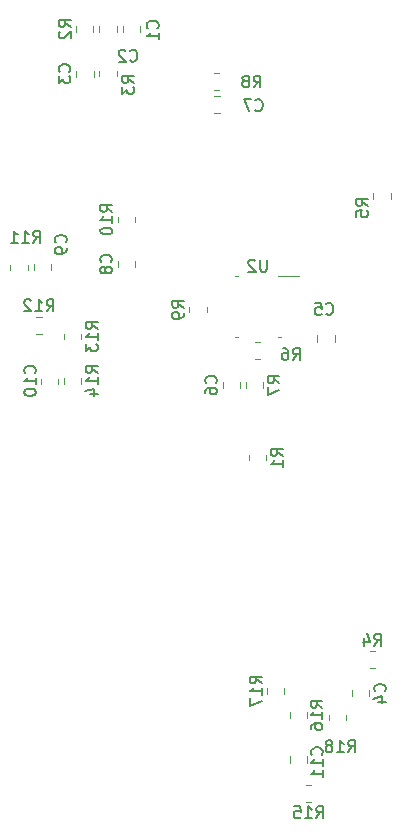
<source format=gbr>
%TF.GenerationSoftware,KiCad,Pcbnew,5.1.9*%
%TF.CreationDate,2021-02-01T12:12:55-08:00*%
%TF.ProjectId,MainBoard,4d61696e-426f-4617-9264-2e6b69636164,rev?*%
%TF.SameCoordinates,Original*%
%TF.FileFunction,Legend,Bot*%
%TF.FilePolarity,Positive*%
%FSLAX46Y46*%
G04 Gerber Fmt 4.6, Leading zero omitted, Abs format (unit mm)*
G04 Created by KiCad (PCBNEW 5.1.9) date 2021-02-01 12:12:55*
%MOMM*%
%LPD*%
G01*
G04 APERTURE LIST*
%ADD10C,0.120000*%
%ADD11C,0.150000*%
G04 APERTURE END LIST*
D10*
%TO.C,R15*%
X108532936Y-134425000D02*
X108987064Y-134425000D01*
X108532936Y-135895000D02*
X108987064Y-135895000D01*
%TO.C,R11*%
X84960000Y-90852064D02*
X84960000Y-90397936D01*
X83490000Y-90852064D02*
X83490000Y-90397936D01*
%TO.C,C8*%
X92585000Y-90086248D02*
X92585000Y-90608752D01*
X94055000Y-90086248D02*
X94055000Y-90608752D01*
%TO.C,U2*%
X106160584Y-91370000D02*
X107900000Y-91370000D01*
X102739416Y-91370000D02*
X102500000Y-91370000D01*
X106160584Y-96490000D02*
X106400000Y-96490000D01*
X102739416Y-96490000D02*
X102500000Y-96490000D01*
%TO.C,R18*%
X111935000Y-128522936D02*
X111935000Y-128977064D01*
X110465000Y-128522936D02*
X110465000Y-128977064D01*
%TO.C,R17*%
X106695000Y-126262936D02*
X106695000Y-126717064D01*
X105225000Y-126262936D02*
X105225000Y-126717064D01*
%TO.C,R16*%
X108615000Y-128292936D02*
X108615000Y-128747064D01*
X107145000Y-128292936D02*
X107145000Y-128747064D01*
%TO.C,R14*%
X86065000Y-100527064D02*
X86065000Y-100072936D01*
X87535000Y-100527064D02*
X87535000Y-100072936D01*
%TO.C,R13*%
X88040000Y-96702064D02*
X88040000Y-96247936D01*
X89510000Y-96702064D02*
X89510000Y-96247936D01*
%TO.C,R12*%
X86152064Y-96285000D02*
X85697936Y-96285000D01*
X86152064Y-94815000D02*
X85697936Y-94815000D01*
%TO.C,R10*%
X94055000Y-86342936D02*
X94055000Y-86797064D01*
X92585000Y-86342936D02*
X92585000Y-86797064D01*
%TO.C,R9*%
X100115000Y-93982936D02*
X100115000Y-94437064D01*
X98645000Y-93982936D02*
X98645000Y-94437064D01*
%TO.C,R8*%
X101202064Y-75610000D02*
X100747936Y-75610000D01*
X101202064Y-74140000D02*
X100747936Y-74140000D01*
%TO.C,R7*%
X103445000Y-100827064D02*
X103445000Y-100372936D01*
X104915000Y-100827064D02*
X104915000Y-100372936D01*
%TO.C,R6*%
X104172936Y-96945000D02*
X104627064Y-96945000D01*
X104172936Y-98415000D02*
X104627064Y-98415000D01*
%TO.C,R5*%
X115685000Y-84372936D02*
X115685000Y-84827064D01*
X114215000Y-84372936D02*
X114215000Y-84827064D01*
%TO.C,R4*%
X114377064Y-124585000D02*
X113922936Y-124585000D01*
X114377064Y-123115000D02*
X113922936Y-123115000D01*
%TO.C,R3*%
X92505000Y-74012936D02*
X92505000Y-74467064D01*
X91035000Y-74012936D02*
X91035000Y-74467064D01*
%TO.C,R2*%
X89065000Y-70222936D02*
X89065000Y-70677064D01*
X90535000Y-70222936D02*
X90535000Y-70677064D01*
%TO.C,R1*%
X103715000Y-106977064D02*
X103715000Y-106522936D01*
X105185000Y-106977064D02*
X105185000Y-106522936D01*
%TO.C,C11*%
X108645000Y-132036248D02*
X108645000Y-132558752D01*
X107175000Y-132036248D02*
X107175000Y-132558752D01*
%TO.C,C10*%
X89510000Y-100001248D02*
X89510000Y-100523752D01*
X88040000Y-100001248D02*
X88040000Y-100523752D01*
%TO.C,C9*%
X85465000Y-90873752D02*
X85465000Y-90351248D01*
X86935000Y-90873752D02*
X86935000Y-90351248D01*
%TO.C,C7*%
X100701248Y-76115000D02*
X101223752Y-76115000D01*
X100701248Y-77585000D02*
X101223752Y-77585000D01*
%TO.C,C6*%
X102945000Y-100336248D02*
X102945000Y-100858752D01*
X101475000Y-100336248D02*
X101475000Y-100858752D01*
%TO.C,C5*%
X109485000Y-96921252D02*
X109485000Y-96398748D01*
X110955000Y-96921252D02*
X110955000Y-96398748D01*
%TO.C,C4*%
X112415000Y-126961252D02*
X112415000Y-126438748D01*
X113885000Y-126961252D02*
X113885000Y-126438748D01*
%TO.C,C3*%
X90545000Y-73976248D02*
X90545000Y-74498752D01*
X89075000Y-73976248D02*
X89075000Y-74498752D01*
%TO.C,C2*%
X91035000Y-70216248D02*
X91035000Y-70738752D01*
X92505000Y-70216248D02*
X92505000Y-70738752D01*
%TO.C,C1*%
X93005000Y-70196248D02*
X93005000Y-70718752D01*
X94475000Y-70196248D02*
X94475000Y-70718752D01*
%TO.C,R15*%
D11*
X109402857Y-137262380D02*
X109736190Y-136786190D01*
X109974285Y-137262380D02*
X109974285Y-136262380D01*
X109593333Y-136262380D01*
X109498095Y-136310000D01*
X109450476Y-136357619D01*
X109402857Y-136452857D01*
X109402857Y-136595714D01*
X109450476Y-136690952D01*
X109498095Y-136738571D01*
X109593333Y-136786190D01*
X109974285Y-136786190D01*
X108450476Y-137262380D02*
X109021904Y-137262380D01*
X108736190Y-137262380D02*
X108736190Y-136262380D01*
X108831428Y-136405238D01*
X108926666Y-136500476D01*
X109021904Y-136548095D01*
X107545714Y-136262380D02*
X108021904Y-136262380D01*
X108069523Y-136738571D01*
X108021904Y-136690952D01*
X107926666Y-136643333D01*
X107688571Y-136643333D01*
X107593333Y-136690952D01*
X107545714Y-136738571D01*
X107498095Y-136833809D01*
X107498095Y-137071904D01*
X107545714Y-137167142D01*
X107593333Y-137214761D01*
X107688571Y-137262380D01*
X107926666Y-137262380D01*
X108021904Y-137214761D01*
X108069523Y-137167142D01*
%TO.C,R11*%
X85442857Y-88542380D02*
X85776190Y-88066190D01*
X86014285Y-88542380D02*
X86014285Y-87542380D01*
X85633333Y-87542380D01*
X85538095Y-87590000D01*
X85490476Y-87637619D01*
X85442857Y-87732857D01*
X85442857Y-87875714D01*
X85490476Y-87970952D01*
X85538095Y-88018571D01*
X85633333Y-88066190D01*
X86014285Y-88066190D01*
X84490476Y-88542380D02*
X85061904Y-88542380D01*
X84776190Y-88542380D02*
X84776190Y-87542380D01*
X84871428Y-87685238D01*
X84966666Y-87780476D01*
X85061904Y-87828095D01*
X83538095Y-88542380D02*
X84109523Y-88542380D01*
X83823809Y-88542380D02*
X83823809Y-87542380D01*
X83919047Y-87685238D01*
X84014285Y-87780476D01*
X84109523Y-87828095D01*
%TO.C,C8*%
X91997142Y-90180833D02*
X92044761Y-90133214D01*
X92092380Y-89990357D01*
X92092380Y-89895119D01*
X92044761Y-89752261D01*
X91949523Y-89657023D01*
X91854285Y-89609404D01*
X91663809Y-89561785D01*
X91520952Y-89561785D01*
X91330476Y-89609404D01*
X91235238Y-89657023D01*
X91140000Y-89752261D01*
X91092380Y-89895119D01*
X91092380Y-89990357D01*
X91140000Y-90133214D01*
X91187619Y-90180833D01*
X91520952Y-90752261D02*
X91473333Y-90657023D01*
X91425714Y-90609404D01*
X91330476Y-90561785D01*
X91282857Y-90561785D01*
X91187619Y-90609404D01*
X91140000Y-90657023D01*
X91092380Y-90752261D01*
X91092380Y-90942738D01*
X91140000Y-91037976D01*
X91187619Y-91085595D01*
X91282857Y-91133214D01*
X91330476Y-91133214D01*
X91425714Y-91085595D01*
X91473333Y-91037976D01*
X91520952Y-90942738D01*
X91520952Y-90752261D01*
X91568571Y-90657023D01*
X91616190Y-90609404D01*
X91711428Y-90561785D01*
X91901904Y-90561785D01*
X91997142Y-90609404D01*
X92044761Y-90657023D01*
X92092380Y-90752261D01*
X92092380Y-90942738D01*
X92044761Y-91037976D01*
X91997142Y-91085595D01*
X91901904Y-91133214D01*
X91711428Y-91133214D01*
X91616190Y-91085595D01*
X91568571Y-91037976D01*
X91520952Y-90942738D01*
%TO.C,U2*%
X105211904Y-89982380D02*
X105211904Y-90791904D01*
X105164285Y-90887142D01*
X105116666Y-90934761D01*
X105021428Y-90982380D01*
X104830952Y-90982380D01*
X104735714Y-90934761D01*
X104688095Y-90887142D01*
X104640476Y-90791904D01*
X104640476Y-89982380D01*
X104211904Y-90077619D02*
X104164285Y-90030000D01*
X104069047Y-89982380D01*
X103830952Y-89982380D01*
X103735714Y-90030000D01*
X103688095Y-90077619D01*
X103640476Y-90172857D01*
X103640476Y-90268095D01*
X103688095Y-90410952D01*
X104259523Y-90982380D01*
X103640476Y-90982380D01*
%TO.C,R18*%
X112092857Y-131672380D02*
X112426190Y-131196190D01*
X112664285Y-131672380D02*
X112664285Y-130672380D01*
X112283333Y-130672380D01*
X112188095Y-130720000D01*
X112140476Y-130767619D01*
X112092857Y-130862857D01*
X112092857Y-131005714D01*
X112140476Y-131100952D01*
X112188095Y-131148571D01*
X112283333Y-131196190D01*
X112664285Y-131196190D01*
X111140476Y-131672380D02*
X111711904Y-131672380D01*
X111426190Y-131672380D02*
X111426190Y-130672380D01*
X111521428Y-130815238D01*
X111616666Y-130910476D01*
X111711904Y-130958095D01*
X110569047Y-131100952D02*
X110664285Y-131053333D01*
X110711904Y-131005714D01*
X110759523Y-130910476D01*
X110759523Y-130862857D01*
X110711904Y-130767619D01*
X110664285Y-130720000D01*
X110569047Y-130672380D01*
X110378571Y-130672380D01*
X110283333Y-130720000D01*
X110235714Y-130767619D01*
X110188095Y-130862857D01*
X110188095Y-130910476D01*
X110235714Y-131005714D01*
X110283333Y-131053333D01*
X110378571Y-131100952D01*
X110569047Y-131100952D01*
X110664285Y-131148571D01*
X110711904Y-131196190D01*
X110759523Y-131291428D01*
X110759523Y-131481904D01*
X110711904Y-131577142D01*
X110664285Y-131624761D01*
X110569047Y-131672380D01*
X110378571Y-131672380D01*
X110283333Y-131624761D01*
X110235714Y-131577142D01*
X110188095Y-131481904D01*
X110188095Y-131291428D01*
X110235714Y-131196190D01*
X110283333Y-131148571D01*
X110378571Y-131100952D01*
%TO.C,R17*%
X104762380Y-125847142D02*
X104286190Y-125513809D01*
X104762380Y-125275714D02*
X103762380Y-125275714D01*
X103762380Y-125656666D01*
X103810000Y-125751904D01*
X103857619Y-125799523D01*
X103952857Y-125847142D01*
X104095714Y-125847142D01*
X104190952Y-125799523D01*
X104238571Y-125751904D01*
X104286190Y-125656666D01*
X104286190Y-125275714D01*
X104762380Y-126799523D02*
X104762380Y-126228095D01*
X104762380Y-126513809D02*
X103762380Y-126513809D01*
X103905238Y-126418571D01*
X104000476Y-126323333D01*
X104048095Y-126228095D01*
X103762380Y-127132857D02*
X103762380Y-127799523D01*
X104762380Y-127370952D01*
%TO.C,R16*%
X109922380Y-127897142D02*
X109446190Y-127563809D01*
X109922380Y-127325714D02*
X108922380Y-127325714D01*
X108922380Y-127706666D01*
X108970000Y-127801904D01*
X109017619Y-127849523D01*
X109112857Y-127897142D01*
X109255714Y-127897142D01*
X109350952Y-127849523D01*
X109398571Y-127801904D01*
X109446190Y-127706666D01*
X109446190Y-127325714D01*
X109922380Y-128849523D02*
X109922380Y-128278095D01*
X109922380Y-128563809D02*
X108922380Y-128563809D01*
X109065238Y-128468571D01*
X109160476Y-128373333D01*
X109208095Y-128278095D01*
X108922380Y-129706666D02*
X108922380Y-129516190D01*
X108970000Y-129420952D01*
X109017619Y-129373333D01*
X109160476Y-129278095D01*
X109350952Y-129230476D01*
X109731904Y-129230476D01*
X109827142Y-129278095D01*
X109874761Y-129325714D01*
X109922380Y-129420952D01*
X109922380Y-129611428D01*
X109874761Y-129706666D01*
X109827142Y-129754285D01*
X109731904Y-129801904D01*
X109493809Y-129801904D01*
X109398571Y-129754285D01*
X109350952Y-129706666D01*
X109303333Y-129611428D01*
X109303333Y-129420952D01*
X109350952Y-129325714D01*
X109398571Y-129278095D01*
X109493809Y-129230476D01*
%TO.C,R14*%
X90882380Y-99557142D02*
X90406190Y-99223809D01*
X90882380Y-98985714D02*
X89882380Y-98985714D01*
X89882380Y-99366666D01*
X89930000Y-99461904D01*
X89977619Y-99509523D01*
X90072857Y-99557142D01*
X90215714Y-99557142D01*
X90310952Y-99509523D01*
X90358571Y-99461904D01*
X90406190Y-99366666D01*
X90406190Y-98985714D01*
X90882380Y-100509523D02*
X90882380Y-99938095D01*
X90882380Y-100223809D02*
X89882380Y-100223809D01*
X90025238Y-100128571D01*
X90120476Y-100033333D01*
X90168095Y-99938095D01*
X90215714Y-101366666D02*
X90882380Y-101366666D01*
X89834761Y-101128571D02*
X90549047Y-100890476D01*
X90549047Y-101509523D01*
%TO.C,R13*%
X90877380Y-95832142D02*
X90401190Y-95498809D01*
X90877380Y-95260714D02*
X89877380Y-95260714D01*
X89877380Y-95641666D01*
X89925000Y-95736904D01*
X89972619Y-95784523D01*
X90067857Y-95832142D01*
X90210714Y-95832142D01*
X90305952Y-95784523D01*
X90353571Y-95736904D01*
X90401190Y-95641666D01*
X90401190Y-95260714D01*
X90877380Y-96784523D02*
X90877380Y-96213095D01*
X90877380Y-96498809D02*
X89877380Y-96498809D01*
X90020238Y-96403571D01*
X90115476Y-96308333D01*
X90163095Y-96213095D01*
X89877380Y-97117857D02*
X89877380Y-97736904D01*
X90258333Y-97403571D01*
X90258333Y-97546428D01*
X90305952Y-97641666D01*
X90353571Y-97689285D01*
X90448809Y-97736904D01*
X90686904Y-97736904D01*
X90782142Y-97689285D01*
X90829761Y-97641666D01*
X90877380Y-97546428D01*
X90877380Y-97260714D01*
X90829761Y-97165476D01*
X90782142Y-97117857D01*
%TO.C,R12*%
X86567857Y-94352380D02*
X86901190Y-93876190D01*
X87139285Y-94352380D02*
X87139285Y-93352380D01*
X86758333Y-93352380D01*
X86663095Y-93400000D01*
X86615476Y-93447619D01*
X86567857Y-93542857D01*
X86567857Y-93685714D01*
X86615476Y-93780952D01*
X86663095Y-93828571D01*
X86758333Y-93876190D01*
X87139285Y-93876190D01*
X85615476Y-94352380D02*
X86186904Y-94352380D01*
X85901190Y-94352380D02*
X85901190Y-93352380D01*
X85996428Y-93495238D01*
X86091666Y-93590476D01*
X86186904Y-93638095D01*
X85234523Y-93447619D02*
X85186904Y-93400000D01*
X85091666Y-93352380D01*
X84853571Y-93352380D01*
X84758333Y-93400000D01*
X84710714Y-93447619D01*
X84663095Y-93542857D01*
X84663095Y-93638095D01*
X84710714Y-93780952D01*
X85282142Y-94352380D01*
X84663095Y-94352380D01*
%TO.C,R10*%
X92122380Y-85927142D02*
X91646190Y-85593809D01*
X92122380Y-85355714D02*
X91122380Y-85355714D01*
X91122380Y-85736666D01*
X91170000Y-85831904D01*
X91217619Y-85879523D01*
X91312857Y-85927142D01*
X91455714Y-85927142D01*
X91550952Y-85879523D01*
X91598571Y-85831904D01*
X91646190Y-85736666D01*
X91646190Y-85355714D01*
X92122380Y-86879523D02*
X92122380Y-86308095D01*
X92122380Y-86593809D02*
X91122380Y-86593809D01*
X91265238Y-86498571D01*
X91360476Y-86403333D01*
X91408095Y-86308095D01*
X91122380Y-87498571D02*
X91122380Y-87593809D01*
X91170000Y-87689047D01*
X91217619Y-87736666D01*
X91312857Y-87784285D01*
X91503333Y-87831904D01*
X91741428Y-87831904D01*
X91931904Y-87784285D01*
X92027142Y-87736666D01*
X92074761Y-87689047D01*
X92122380Y-87593809D01*
X92122380Y-87498571D01*
X92074761Y-87403333D01*
X92027142Y-87355714D01*
X91931904Y-87308095D01*
X91741428Y-87260476D01*
X91503333Y-87260476D01*
X91312857Y-87308095D01*
X91217619Y-87355714D01*
X91170000Y-87403333D01*
X91122380Y-87498571D01*
%TO.C,R9*%
X98182380Y-94043333D02*
X97706190Y-93710000D01*
X98182380Y-93471904D02*
X97182380Y-93471904D01*
X97182380Y-93852857D01*
X97230000Y-93948095D01*
X97277619Y-93995714D01*
X97372857Y-94043333D01*
X97515714Y-94043333D01*
X97610952Y-93995714D01*
X97658571Y-93948095D01*
X97706190Y-93852857D01*
X97706190Y-93471904D01*
X98182380Y-94519523D02*
X98182380Y-94710000D01*
X98134761Y-94805238D01*
X98087142Y-94852857D01*
X97944285Y-94948095D01*
X97753809Y-94995714D01*
X97372857Y-94995714D01*
X97277619Y-94948095D01*
X97230000Y-94900476D01*
X97182380Y-94805238D01*
X97182380Y-94614761D01*
X97230000Y-94519523D01*
X97277619Y-94471904D01*
X97372857Y-94424285D01*
X97610952Y-94424285D01*
X97706190Y-94471904D01*
X97753809Y-94519523D01*
X97801428Y-94614761D01*
X97801428Y-94805238D01*
X97753809Y-94900476D01*
X97706190Y-94948095D01*
X97610952Y-94995714D01*
%TO.C,R8*%
X104096666Y-75402380D02*
X104430000Y-74926190D01*
X104668095Y-75402380D02*
X104668095Y-74402380D01*
X104287142Y-74402380D01*
X104191904Y-74450000D01*
X104144285Y-74497619D01*
X104096666Y-74592857D01*
X104096666Y-74735714D01*
X104144285Y-74830952D01*
X104191904Y-74878571D01*
X104287142Y-74926190D01*
X104668095Y-74926190D01*
X103525238Y-74830952D02*
X103620476Y-74783333D01*
X103668095Y-74735714D01*
X103715714Y-74640476D01*
X103715714Y-74592857D01*
X103668095Y-74497619D01*
X103620476Y-74450000D01*
X103525238Y-74402380D01*
X103334761Y-74402380D01*
X103239523Y-74450000D01*
X103191904Y-74497619D01*
X103144285Y-74592857D01*
X103144285Y-74640476D01*
X103191904Y-74735714D01*
X103239523Y-74783333D01*
X103334761Y-74830952D01*
X103525238Y-74830952D01*
X103620476Y-74878571D01*
X103668095Y-74926190D01*
X103715714Y-75021428D01*
X103715714Y-75211904D01*
X103668095Y-75307142D01*
X103620476Y-75354761D01*
X103525238Y-75402380D01*
X103334761Y-75402380D01*
X103239523Y-75354761D01*
X103191904Y-75307142D01*
X103144285Y-75211904D01*
X103144285Y-75021428D01*
X103191904Y-74926190D01*
X103239523Y-74878571D01*
X103334761Y-74830952D01*
%TO.C,R7*%
X106282380Y-100433333D02*
X105806190Y-100100000D01*
X106282380Y-99861904D02*
X105282380Y-99861904D01*
X105282380Y-100242857D01*
X105330000Y-100338095D01*
X105377619Y-100385714D01*
X105472857Y-100433333D01*
X105615714Y-100433333D01*
X105710952Y-100385714D01*
X105758571Y-100338095D01*
X105806190Y-100242857D01*
X105806190Y-99861904D01*
X105282380Y-100766666D02*
X105282380Y-101433333D01*
X106282380Y-101004761D01*
%TO.C,R6*%
X107416666Y-98462380D02*
X107750000Y-97986190D01*
X107988095Y-98462380D02*
X107988095Y-97462380D01*
X107607142Y-97462380D01*
X107511904Y-97510000D01*
X107464285Y-97557619D01*
X107416666Y-97652857D01*
X107416666Y-97795714D01*
X107464285Y-97890952D01*
X107511904Y-97938571D01*
X107607142Y-97986190D01*
X107988095Y-97986190D01*
X106559523Y-97462380D02*
X106750000Y-97462380D01*
X106845238Y-97510000D01*
X106892857Y-97557619D01*
X106988095Y-97700476D01*
X107035714Y-97890952D01*
X107035714Y-98271904D01*
X106988095Y-98367142D01*
X106940476Y-98414761D01*
X106845238Y-98462380D01*
X106654761Y-98462380D01*
X106559523Y-98414761D01*
X106511904Y-98367142D01*
X106464285Y-98271904D01*
X106464285Y-98033809D01*
X106511904Y-97938571D01*
X106559523Y-97890952D01*
X106654761Y-97843333D01*
X106845238Y-97843333D01*
X106940476Y-97890952D01*
X106988095Y-97938571D01*
X107035714Y-98033809D01*
%TO.C,R5*%
X113782380Y-85423333D02*
X113306190Y-85090000D01*
X113782380Y-84851904D02*
X112782380Y-84851904D01*
X112782380Y-85232857D01*
X112830000Y-85328095D01*
X112877619Y-85375714D01*
X112972857Y-85423333D01*
X113115714Y-85423333D01*
X113210952Y-85375714D01*
X113258571Y-85328095D01*
X113306190Y-85232857D01*
X113306190Y-84851904D01*
X112782380Y-86328095D02*
X112782380Y-85851904D01*
X113258571Y-85804285D01*
X113210952Y-85851904D01*
X113163333Y-85947142D01*
X113163333Y-86185238D01*
X113210952Y-86280476D01*
X113258571Y-86328095D01*
X113353809Y-86375714D01*
X113591904Y-86375714D01*
X113687142Y-86328095D01*
X113734761Y-86280476D01*
X113782380Y-86185238D01*
X113782380Y-85947142D01*
X113734761Y-85851904D01*
X113687142Y-85804285D01*
%TO.C,R4*%
X114316666Y-122652380D02*
X114650000Y-122176190D01*
X114888095Y-122652380D02*
X114888095Y-121652380D01*
X114507142Y-121652380D01*
X114411904Y-121700000D01*
X114364285Y-121747619D01*
X114316666Y-121842857D01*
X114316666Y-121985714D01*
X114364285Y-122080952D01*
X114411904Y-122128571D01*
X114507142Y-122176190D01*
X114888095Y-122176190D01*
X113459523Y-121985714D02*
X113459523Y-122652380D01*
X113697619Y-121604761D02*
X113935714Y-122319047D01*
X113316666Y-122319047D01*
%TO.C,R3*%
X93952380Y-75003333D02*
X93476190Y-74670000D01*
X93952380Y-74431904D02*
X92952380Y-74431904D01*
X92952380Y-74812857D01*
X93000000Y-74908095D01*
X93047619Y-74955714D01*
X93142857Y-75003333D01*
X93285714Y-75003333D01*
X93380952Y-74955714D01*
X93428571Y-74908095D01*
X93476190Y-74812857D01*
X93476190Y-74431904D01*
X92952380Y-75336666D02*
X92952380Y-75955714D01*
X93333333Y-75622380D01*
X93333333Y-75765238D01*
X93380952Y-75860476D01*
X93428571Y-75908095D01*
X93523809Y-75955714D01*
X93761904Y-75955714D01*
X93857142Y-75908095D01*
X93904761Y-75860476D01*
X93952380Y-75765238D01*
X93952380Y-75479523D01*
X93904761Y-75384285D01*
X93857142Y-75336666D01*
%TO.C,R2*%
X88602380Y-70283333D02*
X88126190Y-69950000D01*
X88602380Y-69711904D02*
X87602380Y-69711904D01*
X87602380Y-70092857D01*
X87650000Y-70188095D01*
X87697619Y-70235714D01*
X87792857Y-70283333D01*
X87935714Y-70283333D01*
X88030952Y-70235714D01*
X88078571Y-70188095D01*
X88126190Y-70092857D01*
X88126190Y-69711904D01*
X87697619Y-70664285D02*
X87650000Y-70711904D01*
X87602380Y-70807142D01*
X87602380Y-71045238D01*
X87650000Y-71140476D01*
X87697619Y-71188095D01*
X87792857Y-71235714D01*
X87888095Y-71235714D01*
X88030952Y-71188095D01*
X88602380Y-70616666D01*
X88602380Y-71235714D01*
%TO.C,R1*%
X106552380Y-106583333D02*
X106076190Y-106250000D01*
X106552380Y-106011904D02*
X105552380Y-106011904D01*
X105552380Y-106392857D01*
X105600000Y-106488095D01*
X105647619Y-106535714D01*
X105742857Y-106583333D01*
X105885714Y-106583333D01*
X105980952Y-106535714D01*
X106028571Y-106488095D01*
X106076190Y-106392857D01*
X106076190Y-106011904D01*
X106552380Y-107535714D02*
X106552380Y-106964285D01*
X106552380Y-107250000D02*
X105552380Y-107250000D01*
X105695238Y-107154761D01*
X105790476Y-107059523D01*
X105838095Y-106964285D01*
%TO.C,C11*%
X109847142Y-131897142D02*
X109894761Y-131849523D01*
X109942380Y-131706666D01*
X109942380Y-131611428D01*
X109894761Y-131468571D01*
X109799523Y-131373333D01*
X109704285Y-131325714D01*
X109513809Y-131278095D01*
X109370952Y-131278095D01*
X109180476Y-131325714D01*
X109085238Y-131373333D01*
X108990000Y-131468571D01*
X108942380Y-131611428D01*
X108942380Y-131706666D01*
X108990000Y-131849523D01*
X109037619Y-131897142D01*
X109942380Y-132849523D02*
X109942380Y-132278095D01*
X109942380Y-132563809D02*
X108942380Y-132563809D01*
X109085238Y-132468571D01*
X109180476Y-132373333D01*
X109228095Y-132278095D01*
X109942380Y-133801904D02*
X109942380Y-133230476D01*
X109942380Y-133516190D02*
X108942380Y-133516190D01*
X109085238Y-133420952D01*
X109180476Y-133325714D01*
X109228095Y-133230476D01*
%TO.C,C10*%
X85557142Y-99587142D02*
X85604761Y-99539523D01*
X85652380Y-99396666D01*
X85652380Y-99301428D01*
X85604761Y-99158571D01*
X85509523Y-99063333D01*
X85414285Y-99015714D01*
X85223809Y-98968095D01*
X85080952Y-98968095D01*
X84890476Y-99015714D01*
X84795238Y-99063333D01*
X84700000Y-99158571D01*
X84652380Y-99301428D01*
X84652380Y-99396666D01*
X84700000Y-99539523D01*
X84747619Y-99587142D01*
X85652380Y-100539523D02*
X85652380Y-99968095D01*
X85652380Y-100253809D02*
X84652380Y-100253809D01*
X84795238Y-100158571D01*
X84890476Y-100063333D01*
X84938095Y-99968095D01*
X84652380Y-101158571D02*
X84652380Y-101253809D01*
X84700000Y-101349047D01*
X84747619Y-101396666D01*
X84842857Y-101444285D01*
X85033333Y-101491904D01*
X85271428Y-101491904D01*
X85461904Y-101444285D01*
X85557142Y-101396666D01*
X85604761Y-101349047D01*
X85652380Y-101253809D01*
X85652380Y-101158571D01*
X85604761Y-101063333D01*
X85557142Y-101015714D01*
X85461904Y-100968095D01*
X85271428Y-100920476D01*
X85033333Y-100920476D01*
X84842857Y-100968095D01*
X84747619Y-101015714D01*
X84700000Y-101063333D01*
X84652380Y-101158571D01*
%TO.C,C9*%
X88177142Y-88523333D02*
X88224761Y-88475714D01*
X88272380Y-88332857D01*
X88272380Y-88237619D01*
X88224761Y-88094761D01*
X88129523Y-87999523D01*
X88034285Y-87951904D01*
X87843809Y-87904285D01*
X87700952Y-87904285D01*
X87510476Y-87951904D01*
X87415238Y-87999523D01*
X87320000Y-88094761D01*
X87272380Y-88237619D01*
X87272380Y-88332857D01*
X87320000Y-88475714D01*
X87367619Y-88523333D01*
X88272380Y-88999523D02*
X88272380Y-89190000D01*
X88224761Y-89285238D01*
X88177142Y-89332857D01*
X88034285Y-89428095D01*
X87843809Y-89475714D01*
X87462857Y-89475714D01*
X87367619Y-89428095D01*
X87320000Y-89380476D01*
X87272380Y-89285238D01*
X87272380Y-89094761D01*
X87320000Y-88999523D01*
X87367619Y-88951904D01*
X87462857Y-88904285D01*
X87700952Y-88904285D01*
X87796190Y-88951904D01*
X87843809Y-88999523D01*
X87891428Y-89094761D01*
X87891428Y-89285238D01*
X87843809Y-89380476D01*
X87796190Y-89428095D01*
X87700952Y-89475714D01*
%TO.C,C7*%
X104246666Y-77307142D02*
X104294285Y-77354761D01*
X104437142Y-77402380D01*
X104532380Y-77402380D01*
X104675238Y-77354761D01*
X104770476Y-77259523D01*
X104818095Y-77164285D01*
X104865714Y-76973809D01*
X104865714Y-76830952D01*
X104818095Y-76640476D01*
X104770476Y-76545238D01*
X104675238Y-76450000D01*
X104532380Y-76402380D01*
X104437142Y-76402380D01*
X104294285Y-76450000D01*
X104246666Y-76497619D01*
X103913333Y-76402380D02*
X103246666Y-76402380D01*
X103675238Y-77402380D01*
%TO.C,C6*%
X100887142Y-100430833D02*
X100934761Y-100383214D01*
X100982380Y-100240357D01*
X100982380Y-100145119D01*
X100934761Y-100002261D01*
X100839523Y-99907023D01*
X100744285Y-99859404D01*
X100553809Y-99811785D01*
X100410952Y-99811785D01*
X100220476Y-99859404D01*
X100125238Y-99907023D01*
X100030000Y-100002261D01*
X99982380Y-100145119D01*
X99982380Y-100240357D01*
X100030000Y-100383214D01*
X100077619Y-100430833D01*
X99982380Y-101287976D02*
X99982380Y-101097500D01*
X100030000Y-101002261D01*
X100077619Y-100954642D01*
X100220476Y-100859404D01*
X100410952Y-100811785D01*
X100791904Y-100811785D01*
X100887142Y-100859404D01*
X100934761Y-100907023D01*
X100982380Y-101002261D01*
X100982380Y-101192738D01*
X100934761Y-101287976D01*
X100887142Y-101335595D01*
X100791904Y-101383214D01*
X100553809Y-101383214D01*
X100458571Y-101335595D01*
X100410952Y-101287976D01*
X100363333Y-101192738D01*
X100363333Y-101002261D01*
X100410952Y-100907023D01*
X100458571Y-100859404D01*
X100553809Y-100811785D01*
%TO.C,C5*%
X110236666Y-94547142D02*
X110284285Y-94594761D01*
X110427142Y-94642380D01*
X110522380Y-94642380D01*
X110665238Y-94594761D01*
X110760476Y-94499523D01*
X110808095Y-94404285D01*
X110855714Y-94213809D01*
X110855714Y-94070952D01*
X110808095Y-93880476D01*
X110760476Y-93785238D01*
X110665238Y-93690000D01*
X110522380Y-93642380D01*
X110427142Y-93642380D01*
X110284285Y-93690000D01*
X110236666Y-93737619D01*
X109331904Y-93642380D02*
X109808095Y-93642380D01*
X109855714Y-94118571D01*
X109808095Y-94070952D01*
X109712857Y-94023333D01*
X109474761Y-94023333D01*
X109379523Y-94070952D01*
X109331904Y-94118571D01*
X109284285Y-94213809D01*
X109284285Y-94451904D01*
X109331904Y-94547142D01*
X109379523Y-94594761D01*
X109474761Y-94642380D01*
X109712857Y-94642380D01*
X109808095Y-94594761D01*
X109855714Y-94547142D01*
%TO.C,C4*%
X115187142Y-126533333D02*
X115234761Y-126485714D01*
X115282380Y-126342857D01*
X115282380Y-126247619D01*
X115234761Y-126104761D01*
X115139523Y-126009523D01*
X115044285Y-125961904D01*
X114853809Y-125914285D01*
X114710952Y-125914285D01*
X114520476Y-125961904D01*
X114425238Y-126009523D01*
X114330000Y-126104761D01*
X114282380Y-126247619D01*
X114282380Y-126342857D01*
X114330000Y-126485714D01*
X114377619Y-126533333D01*
X114615714Y-127390476D02*
X115282380Y-127390476D01*
X114234761Y-127152380D02*
X114949047Y-126914285D01*
X114949047Y-127533333D01*
%TO.C,C3*%
X88487142Y-74070833D02*
X88534761Y-74023214D01*
X88582380Y-73880357D01*
X88582380Y-73785119D01*
X88534761Y-73642261D01*
X88439523Y-73547023D01*
X88344285Y-73499404D01*
X88153809Y-73451785D01*
X88010952Y-73451785D01*
X87820476Y-73499404D01*
X87725238Y-73547023D01*
X87630000Y-73642261D01*
X87582380Y-73785119D01*
X87582380Y-73880357D01*
X87630000Y-74023214D01*
X87677619Y-74070833D01*
X87582380Y-74404166D02*
X87582380Y-75023214D01*
X87963333Y-74689880D01*
X87963333Y-74832738D01*
X88010952Y-74927976D01*
X88058571Y-74975595D01*
X88153809Y-75023214D01*
X88391904Y-75023214D01*
X88487142Y-74975595D01*
X88534761Y-74927976D01*
X88582380Y-74832738D01*
X88582380Y-74547023D01*
X88534761Y-74451785D01*
X88487142Y-74404166D01*
%TO.C,C2*%
X93626666Y-73117142D02*
X93674285Y-73164761D01*
X93817142Y-73212380D01*
X93912380Y-73212380D01*
X94055238Y-73164761D01*
X94150476Y-73069523D01*
X94198095Y-72974285D01*
X94245714Y-72783809D01*
X94245714Y-72640952D01*
X94198095Y-72450476D01*
X94150476Y-72355238D01*
X94055238Y-72260000D01*
X93912380Y-72212380D01*
X93817142Y-72212380D01*
X93674285Y-72260000D01*
X93626666Y-72307619D01*
X93245714Y-72307619D02*
X93198095Y-72260000D01*
X93102857Y-72212380D01*
X92864761Y-72212380D01*
X92769523Y-72260000D01*
X92721904Y-72307619D01*
X92674285Y-72402857D01*
X92674285Y-72498095D01*
X92721904Y-72640952D01*
X93293333Y-73212380D01*
X92674285Y-73212380D01*
%TO.C,C1*%
X95947142Y-70373333D02*
X95994761Y-70325714D01*
X96042380Y-70182857D01*
X96042380Y-70087619D01*
X95994761Y-69944761D01*
X95899523Y-69849523D01*
X95804285Y-69801904D01*
X95613809Y-69754285D01*
X95470952Y-69754285D01*
X95280476Y-69801904D01*
X95185238Y-69849523D01*
X95090000Y-69944761D01*
X95042380Y-70087619D01*
X95042380Y-70182857D01*
X95090000Y-70325714D01*
X95137619Y-70373333D01*
X96042380Y-71325714D02*
X96042380Y-70754285D01*
X96042380Y-71040000D02*
X95042380Y-71040000D01*
X95185238Y-70944761D01*
X95280476Y-70849523D01*
X95328095Y-70754285D01*
%TD*%
M02*

</source>
